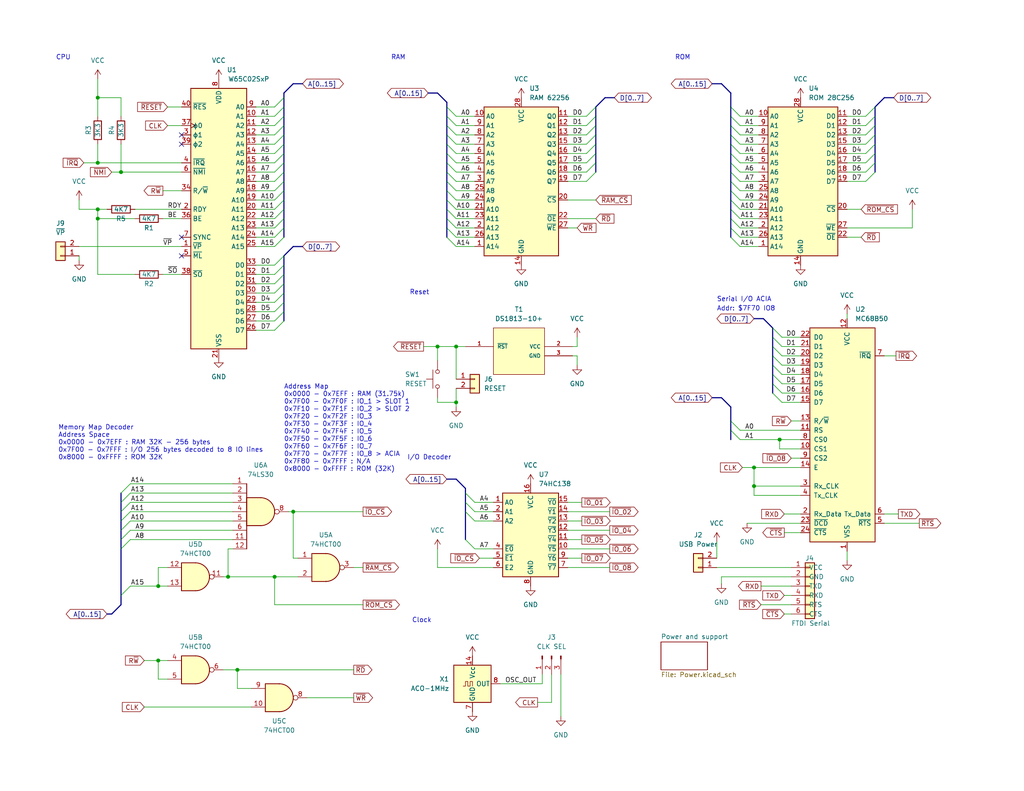
<source format=kicad_sch>
(kicad_sch (version 20230121) (generator eeschema)
  (paper "USLetter")
  (title_block (title "All in One - simple6502") (date "2023-10-01") (rev "1.1") (company "Mariano Luna"))
  (junction (at 26.67 59.69))
  (junction (at 26.67 57.15))
  (junction (at 62.23 157.48))
  (junction (at 43.18 160.02))
  (junction (at 26.67 26.67))
  (junction (at 119.38 94.615))
  (junction (at 64.77 182.88))
  (junction (at 124.46 109.855))
  (junction (at 124.46 94.615))
  (junction (at 33.02 46.99))
  (junction (at 205.74 132.715))
  (junction (at 212.725 120.015))
  (junction (at 26.67 44.45))
  (junction (at 74.93 157.48))
  (junction (at 205.74 127.635))
  (junction (at 43.18 180.34))
  (junction (at 80.01 139.7))
  (no_connect (at 49.53 69.85))
  (no_connect (at 49.53 64.77))
  (no_connect (at 49.53 36.83))
  (no_connect (at 49.53 39.37))
  (bus_entry (at 74.93 41.91) (size 2.54 -2.54))
  (bus_entry (at 236.22 39.37) (size 2.54 -2.54))
  (bus_entry (at 124.46 54.61) (size -2.54 -2.54))
  (bus_entry (at 35.56 137.16) (size -2.54 2.54))
  (bus_entry (at 124.46 52.07) (size -2.54 -2.54))
  (bus_entry (at 213.36 97.155) (size -2.54 -2.54))
  (bus_entry (at 201.93 62.23) (size -2.54 -2.54))
  (bus_entry (at 129.54 137.16) (size -2.54 -2.54))
  (bus_entry (at 35.56 142.24) (size -2.54 2.54))
  (bus_entry (at 74.93 67.31) (size 2.54 -2.54))
  (bus_entry (at 74.93 64.77) (size 2.54 -2.54))
  (bus_entry (at 74.93 36.83) (size 2.54 -2.54))
  (bus_entry (at 213.36 94.615) (size -2.54 -2.54))
  (bus_entry (at 124.46 31.75) (size -2.54 -2.54))
  (bus_entry (at 160.02 49.53) (size 2.54 -2.54))
  (bus_entry (at 201.93 39.37) (size -2.54 -2.54))
  (bus_entry (at 201.93 59.69) (size -2.54 -2.54))
  (bus_entry (at 74.93 57.15) (size 2.54 -2.54))
  (bus_entry (at 213.36 104.775) (size -2.54 -2.54))
  (bus_entry (at 201.93 120.015) (size -2.54 -2.54))
  (bus_entry (at 74.93 87.63) (size 2.54 -2.54))
  (bus_entry (at 201.93 41.91) (size -2.54 -2.54))
  (bus_entry (at 201.93 49.53) (size -2.54 -2.54))
  (bus_entry (at 201.93 36.83) (size -2.54 -2.54))
  (bus_entry (at 35.56 160.02) (size -2.54 2.54))
  (bus_entry (at 74.93 44.45) (size 2.54 -2.54))
  (bus_entry (at 74.93 29.21) (size 2.54 -2.54))
  (bus_entry (at 35.56 132.08) (size -2.54 2.54))
  (bus_entry (at 35.56 139.7) (size -2.54 2.54))
  (bus_entry (at 213.36 107.315) (size -2.54 -2.54))
  (bus_entry (at 124.46 64.77) (size -2.54 -2.54))
  (bus_entry (at 124.46 44.45) (size -2.54 -2.54))
  (bus_entry (at 201.93 44.45) (size -2.54 -2.54))
  (bus_entry (at 74.93 52.07) (size 2.54 -2.54))
  (bus_entry (at 201.93 57.15) (size -2.54 -2.54))
  (bus_entry (at 201.93 34.29) (size -2.54 -2.54))
  (bus_entry (at 74.93 82.55) (size 2.54 -2.54))
  (bus_entry (at 74.93 77.47) (size 2.54 -2.54))
  (bus_entry (at 129.54 142.24) (size -2.54 -2.54))
  (bus_entry (at 74.93 46.99) (size 2.54 -2.54))
  (bus_entry (at 124.46 36.83) (size -2.54 -2.54))
  (bus_entry (at 160.02 44.45) (size 2.54 -2.54))
  (bus_entry (at 124.46 59.69) (size -2.54 -2.54))
  (bus_entry (at 74.93 74.93) (size 2.54 -2.54))
  (bus_entry (at 35.56 144.78) (size -2.54 2.54))
  (bus_entry (at 201.93 64.77) (size -2.54 -2.54))
  (bus_entry (at 201.93 46.99) (size -2.54 -2.54))
  (bus_entry (at 236.22 49.53) (size 2.54 -2.54))
  (bus_entry (at 201.93 67.31) (size -2.54 -2.54))
  (bus_entry (at 213.36 102.235) (size -2.54 -2.54))
  (bus_entry (at 35.56 147.32) (size -2.54 2.54))
  (bus_entry (at 74.93 85.09) (size 2.54 -2.54))
  (bus_entry (at 236.22 46.99) (size 2.54 -2.54))
  (bus_entry (at 160.02 36.83) (size 2.54 -2.54))
  (bus_entry (at 213.36 92.075) (size -2.54 -2.54))
  (bus_entry (at 124.46 39.37) (size -2.54 -2.54))
  (bus_entry (at 74.93 72.39) (size 2.54 -2.54))
  (bus_entry (at 236.22 36.83) (size 2.54 -2.54))
  (bus_entry (at 160.02 41.91) (size 2.54 -2.54))
  (bus_entry (at 129.54 149.86) (size -2.54 -2.54))
  (bus_entry (at 124.46 57.15) (size -2.54 -2.54))
  (bus_entry (at 35.56 134.62) (size -2.54 2.54))
  (bus_entry (at 160.02 39.37) (size 2.54 -2.54))
  (bus_entry (at 236.22 41.91) (size 2.54 -2.54))
  (bus_entry (at 74.93 31.75) (size 2.54 -2.54))
  (bus_entry (at 201.93 117.475) (size -2.54 -2.54))
  (bus_entry (at 201.93 52.07) (size -2.54 -2.54))
  (bus_entry (at 213.36 109.855) (size -2.54 -2.54))
  (bus_entry (at 129.54 139.7) (size -2.54 -2.54))
  (bus_entry (at 201.93 31.75) (size -2.54 -2.54))
  (bus_entry (at 124.46 67.31) (size -2.54 -2.54))
  (bus_entry (at 124.46 34.29) (size -2.54 -2.54))
  (bus_entry (at 201.93 54.61) (size -2.54 -2.54))
  (bus_entry (at 236.22 31.75) (size 2.54 -2.54))
  (bus_entry (at 74.93 59.69) (size 2.54 -2.54))
  (bus_entry (at 74.93 90.17) (size 2.54 -2.54))
  (bus_entry (at 74.93 54.61) (size 2.54 -2.54))
  (bus_entry (at 160.02 46.99) (size 2.54 -2.54))
  (bus_entry (at 213.36 99.695) (size -2.54 -2.54))
  (bus_entry (at 124.46 41.91) (size -2.54 -2.54))
  (bus_entry (at 124.46 49.53) (size -2.54 -2.54))
  (bus_entry (at 74.93 80.01) (size 2.54 -2.54))
  (bus_entry (at 74.93 49.53) (size 2.54 -2.54))
  (bus_entry (at 236.22 44.45) (size 2.54 -2.54))
  (bus_entry (at 124.46 62.23) (size -2.54 -2.54))
  (bus_entry (at 160.02 34.29) (size 2.54 -2.54))
  (bus_entry (at 74.93 39.37) (size 2.54 -2.54))
  (bus_entry (at 74.93 34.29) (size 2.54 -2.54))
  (bus_entry (at 236.22 34.29) (size 2.54 -2.54))
  (bus_entry (at 124.46 46.99) (size -2.54 -2.54))
  (bus_entry (at 74.93 62.23) (size 2.54 -2.54))
  (bus_entry (at 160.02 31.75) (size 2.54 -2.54))
  (wire (pts (xy 205.74 135.255) (xy 218.44 135.255)))
  (wire (pts (xy 69.85 67.31) (xy 74.93 67.31)))
  (bus (pts (xy 127 133.35) (xy 127 134.62)))
  (bus (pts (xy 77.47 74.93) (xy 77.47 77.47)))
  (wire (pts (xy 35.56 142.24) (xy 63.5 142.24)))
  (bus (pts (xy 199.39 25.4) (xy 199.39 29.21)))
  (bus (pts (xy 29.21 167.64) (xy 30.48 167.64)))
  (bus (pts (xy 243.84 26.67) (xy 241.3 26.67)))
  (wire (pts (xy 146.685 191.77) (xy 150.495 191.77)))
  (wire (pts (xy 154.94 149.86) (xy 166.37 149.86)))
  (wire (pts (xy 43.18 180.34) (xy 45.72 180.34)))
  (wire (pts (xy 62.23 149.86) (xy 62.23 157.48)))
  (bus (pts (xy 238.76 34.29) (xy 238.76 36.83)))
  (wire (pts (xy 207.01 64.77) (xy 201.93 64.77)))
  (wire (pts (xy 207.01 31.75) (xy 201.93 31.75)))
  (wire (pts (xy 35.56 132.08) (xy 63.5 132.08)))
  (wire (pts (xy 124.46 94.615) (xy 124.46 103.505)))
  (wire (pts (xy 212.725 120.015) (xy 218.44 120.015)))
  (wire (pts (xy 207.01 49.53) (xy 201.93 49.53)))
  (bus (pts (xy 199.39 57.15) (xy 199.39 59.69)))
  (bus (pts (xy 77.47 34.29) (xy 77.47 36.83)))
  (wire (pts (xy 213.995 167.64) (xy 215.9 167.64)))
  (wire (pts (xy 119.38 149.86) (xy 119.38 154.94)))
  (bus (pts (xy 30.48 167.64) (xy 33.02 165.1)))
  (wire (pts (xy 129.54 62.23) (xy 124.46 62.23)))
  (bus (pts (xy 121.92 54.61) (xy 121.92 57.15)))
  (wire (pts (xy 44.45 59.69) (xy 49.53 59.69)))
  (wire (pts (xy 231.14 41.91) (xy 236.22 41.91)))
  (bus (pts (xy 199.39 114.935) (xy 199.39 117.475)))
  (bus (pts (xy 238.76 39.37) (xy 238.76 41.91)))
  (wire (pts (xy 231.14 62.23) (xy 248.92 62.23)))
  (bus (pts (xy 121.92 41.91) (xy 121.92 44.45)))
  (wire (pts (xy 154.94 44.45) (xy 160.02 44.45)))
  (bus (pts (xy 162.56 34.29) (xy 162.56 36.83)))
  (bus (pts (xy 121.92 44.45) (xy 121.92 46.99)))
  (wire (pts (xy 201.93 117.475) (xy 218.44 117.475)))
  (bus (pts (xy 127 139.7) (xy 127 147.32)))
  (wire (pts (xy 207.01 59.69) (xy 201.93 59.69)))
  (wire (pts (xy 69.85 57.15) (xy 74.93 57.15)))
  (wire (pts (xy 154.94 152.4) (xy 158.75 152.4)))
  (wire (pts (xy 69.85 85.09) (xy 74.93 85.09)))
  (bus (pts (xy 162.56 44.45) (xy 162.56 46.99)))
  (wire (pts (xy 207.01 34.29) (xy 201.93 34.29)))
  (wire (pts (xy 154.94 36.83) (xy 160.02 36.83)))
  (wire (pts (xy 215.9 114.935) (xy 218.44 114.935)))
  (wire (pts (xy 205.74 127.635) (xy 218.44 127.635)))
  (wire (pts (xy 26.67 39.37) (xy 26.67 44.45)))
  (bus (pts (xy 77.47 59.69) (xy 77.47 62.23)))
  (wire (pts (xy 201.93 120.015) (xy 212.725 120.015)))
  (wire (pts (xy 207.01 67.31) (xy 201.93 67.31)))
  (wire (pts (xy 207.01 36.83) (xy 201.93 36.83)))
  (wire (pts (xy 69.85 59.69) (xy 74.93 59.69)))
  (bus (pts (xy 121.92 57.15) (xy 121.92 59.69)))
  (bus (pts (xy 199.39 52.07) (xy 199.39 54.61)))
  (bus (pts (xy 77.47 31.75) (xy 77.47 34.29)))
  (bus (pts (xy 199.39 44.45) (xy 199.39 46.99)))
  (wire (pts (xy 129.54 49.53) (xy 124.46 49.53)))
  (wire (pts (xy 129.54 34.29) (xy 124.46 34.29)))
  (wire (pts (xy 212.725 120.015) (xy 212.725 122.555)))
  (wire (pts (xy 207.01 44.45) (xy 201.93 44.45)))
  (bus (pts (xy 238.76 29.21) (xy 241.3 26.67)))
  (bus (pts (xy 77.47 69.85) (xy 77.47 72.39)))
  (wire (pts (xy 215.9 125.095) (xy 218.44 125.095)))
  (bus (pts (xy 196.85 22.86) (xy 199.39 25.4)))
  (wire (pts (xy 69.85 46.99) (xy 74.93 46.99)))
  (wire (pts (xy 150.495 184.15) (xy 150.495 191.77)))
  (wire (pts (xy 69.85 41.91) (xy 74.93 41.91)))
  (wire (pts (xy 69.85 36.83) (xy 74.93 36.83)))
  (wire (pts (xy 69.85 54.61) (xy 74.93 54.61)))
  (wire (pts (xy 39.37 180.34) (xy 43.18 180.34)))
  (wire (pts (xy 129.54 36.83) (xy 124.46 36.83)))
  (bus (pts (xy 199.39 41.91) (xy 199.39 44.45)))
  (wire (pts (xy 129.54 57.15) (xy 124.46 57.15)))
  (wire (pts (xy 22.86 44.45) (xy 26.67 44.45)))
  (wire (pts (xy 231.14 34.29) (xy 236.22 34.29)))
  (wire (pts (xy 157.48 92.075) (xy 157.48 94.615)))
  (wire (pts (xy 154.94 144.78) (xy 166.37 144.78)))
  (wire (pts (xy 202.565 127.635) (xy 205.74 127.635)))
  (wire (pts (xy 154.94 59.69) (xy 162.56 59.69)))
  (wire (pts (xy 207.01 62.23) (xy 201.93 62.23)))
  (wire (pts (xy 60.96 182.88) (xy 64.77 182.88)))
  (wire (pts (xy 231.14 36.83) (xy 236.22 36.83)))
  (bus (pts (xy 77.47 44.45) (xy 77.47 46.99)))
  (wire (pts (xy 195.58 147.955) (xy 195.58 152.4)))
  (wire (pts (xy 33.02 26.67) (xy 33.02 31.75)))
  (wire (pts (xy 26.67 59.69) (xy 26.67 74.93)))
  (wire (pts (xy 69.85 29.21) (xy 74.93 29.21)))
  (wire (pts (xy 80.01 139.7) (xy 80.01 152.4)))
  (wire (pts (xy 43.18 185.42) (xy 45.72 185.42)))
  (bus (pts (xy 77.47 46.99) (xy 77.47 49.53)))
  (wire (pts (xy 78.74 139.7) (xy 80.01 139.7)))
  (wire (pts (xy 212.725 122.555) (xy 218.44 122.555)))
  (bus (pts (xy 210.82 99.695) (xy 210.82 102.235)))
  (bus (pts (xy 33.02 139.7) (xy 33.02 137.16)))
  (bus (pts (xy 77.47 82.55) (xy 77.47 85.09)))
  (wire (pts (xy 35.56 147.32) (xy 63.5 147.32)))
  (wire (pts (xy 26.67 59.69) (xy 36.83 59.69)))
  (wire (pts (xy 154.94 137.16) (xy 158.75 137.16)))
  (wire (pts (xy 231.14 44.45) (xy 236.22 44.45)))
  (bus (pts (xy 119.38 25.4) (xy 121.92 27.94)))
  (bus (pts (xy 77.47 25.4) (xy 77.47 26.67)))
  (wire (pts (xy 124.46 106.045) (xy 124.46 109.855)))
  (wire (pts (xy 45.72 29.21) (xy 49.53 29.21)))
  (bus (pts (xy 210.82 102.235) (xy 210.82 104.775)))
  (wire (pts (xy 43.18 154.94) (xy 45.72 154.94)))
  (wire (pts (xy 69.85 90.17) (xy 74.93 90.17)))
  (wire (pts (xy 83.82 190.5) (xy 96.52 190.5)))
  (bus (pts (xy 210.82 97.155) (xy 210.82 99.695)))
  (bus (pts (xy 199.39 31.75) (xy 199.39 34.29)))
  (wire (pts (xy 154.94 49.53) (xy 160.02 49.53)))
  (wire (pts (xy 207.01 54.61) (xy 201.93 54.61)))
  (bus (pts (xy 199.39 59.69) (xy 199.39 62.23)))
  (wire (pts (xy 203.835 142.875) (xy 218.44 142.875)))
  (bus (pts (xy 80.01 22.86) (xy 77.47 25.4)))
  (wire (pts (xy 154.94 142.24) (xy 158.75 142.24)))
  (bus (pts (xy 121.92 62.23) (xy 121.92 64.77)))
  (wire (pts (xy 69.85 72.39) (xy 74.93 72.39)))
  (bus (pts (xy 124.46 130.81) (xy 127 133.35)))
  (bus (pts (xy 199.39 49.53) (xy 199.39 52.07)))
  (wire (pts (xy 124.46 109.855) (xy 124.46 111.125)))
  (wire (pts (xy 207.01 46.99) (xy 201.93 46.99)))
  (bus (pts (xy 199.39 111.125) (xy 199.39 114.935)))
  (wire (pts (xy 156.21 97.155) (xy 157.48 97.155)))
  (wire (pts (xy 60.96 157.48) (xy 62.23 157.48)))
  (bus (pts (xy 77.47 85.09) (xy 77.47 87.63)))
  (wire (pts (xy 218.44 92.075) (xy 213.36 92.075)))
  (wire (pts (xy 33.02 39.37) (xy 33.02 46.99)))
  (wire (pts (xy 64.77 182.88) (xy 96.52 182.88)))
  (wire (pts (xy 241.3 97.155) (xy 244.475 97.155)))
  (wire (pts (xy 231.14 64.77) (xy 234.95 64.77)))
  (wire (pts (xy 129.54 39.37) (xy 124.46 39.37)))
  (wire (pts (xy 35.56 139.7) (xy 63.5 139.7)))
  (wire (pts (xy 154.94 46.99) (xy 160.02 46.99)))
  (wire (pts (xy 213.995 140.335) (xy 218.44 140.335)))
  (wire (pts (xy 69.85 64.77) (xy 74.93 64.77)))
  (wire (pts (xy 231.14 39.37) (xy 236.22 39.37)))
  (wire (pts (xy 69.85 74.93) (xy 74.93 74.93)))
  (bus (pts (xy 77.47 29.21) (xy 77.47 31.75)))
  (wire (pts (xy 43.18 160.02) (xy 45.72 160.02)))
  (bus (pts (xy 121.92 27.94) (xy 121.92 29.21)))
  (wire (pts (xy 69.85 82.55) (xy 74.93 82.55)))
  (wire (pts (xy 21.59 57.15) (xy 26.67 57.15)))
  (wire (pts (xy 36.83 57.15) (xy 49.53 57.15)))
  (wire (pts (xy 129.54 44.45) (xy 124.46 44.45)))
  (wire (pts (xy 44.45 52.07) (xy 49.53 52.07)))
  (bus (pts (xy 199.39 29.21) (xy 199.39 31.75)))
  (bus (pts (xy 199.39 36.83) (xy 199.39 39.37)))
  (wire (pts (xy 26.67 44.45) (xy 49.53 44.45)))
  (wire (pts (xy 147.955 184.15) (xy 147.955 186.69)))
  (wire (pts (xy 129.54 67.31) (xy 124.46 67.31)))
  (wire (pts (xy 69.85 52.07) (xy 74.93 52.07)))
  (wire (pts (xy 35.56 134.62) (xy 63.5 134.62)))
  (wire (pts (xy 26.67 74.93) (xy 36.83 74.93)))
  (bus (pts (xy 77.47 39.37) (xy 77.47 41.91)))
  (wire (pts (xy 69.85 77.47) (xy 74.93 77.47)))
  (wire (pts (xy 44.45 74.93) (xy 49.53 74.93)))
  (wire (pts (xy 21.59 71.12) (xy 21.59 69.85)))
  (wire (pts (xy 213.995 162.56) (xy 215.9 162.56)))
  (bus (pts (xy 238.76 44.45) (xy 238.76 46.99)))
  (bus (pts (xy 162.56 41.91) (xy 162.56 44.45)))
  (wire (pts (xy 241.3 142.875) (xy 250.825 142.875)))
  (wire (pts (xy 205.74 127.635) (xy 205.74 132.715)))
  (wire (pts (xy 69.85 49.53) (xy 74.93 49.53)))
  (bus (pts (xy 194.31 22.86) (xy 196.85 22.86)))
  (bus (pts (xy 121.92 59.69) (xy 121.92 62.23)))
  (bus (pts (xy 77.47 36.83) (xy 77.47 39.37)))
  (wire (pts (xy 154.94 139.7) (xy 166.37 139.7)))
  (wire (pts (xy 129.54 59.69) (xy 124.46 59.69)))
  (wire (pts (xy 96.52 154.94) (xy 99.06 154.94)))
  (wire (pts (xy 134.62 142.24) (xy 129.54 142.24)))
  (wire (pts (xy 218.44 107.315) (xy 213.36 107.315)))
  (bus (pts (xy 77.47 69.85) (xy 80.01 67.31)))
  (bus (pts (xy 121.92 130.81) (xy 124.46 130.81)))
  (bus (pts (xy 167.64 26.67) (xy 165.1 26.67)))
  (bus (pts (xy 77.47 77.47) (xy 77.47 80.01)))
  (wire (pts (xy 205.74 132.715) (xy 205.74 135.255)))
  (bus (pts (xy 121.92 39.37) (xy 121.92 41.91)))
  (bus (pts (xy 194.31 108.585) (xy 196.85 108.585)))
  (bus (pts (xy 199.39 62.23) (xy 199.39 64.77)))
  (bus (pts (xy 33.02 142.24) (xy 33.02 139.7)))
  (wire (pts (xy 154.94 62.23) (xy 157.48 62.23)))
  (wire (pts (xy 80.01 152.4) (xy 81.28 152.4)))
  (wire (pts (xy 119.38 94.615) (xy 124.46 94.615)))
  (wire (pts (xy 213.995 145.415) (xy 218.44 145.415)))
  (wire (pts (xy 218.44 104.775) (xy 213.36 104.775)))
  (wire (pts (xy 156.21 94.615) (xy 157.48 94.615)))
  (bus (pts (xy 116.84 25.4) (xy 119.38 25.4)))
  (wire (pts (xy 154.94 154.94) (xy 166.37 154.94)))
  (wire (pts (xy 134.62 149.86) (xy 129.54 149.86)))
  (wire (pts (xy 129.54 52.07) (xy 124.46 52.07)))
  (wire (pts (xy 153.035 184.15) (xy 153.035 195.58)))
  (wire (pts (xy 129.54 31.75) (xy 124.46 31.75)))
  (bus (pts (xy 162.56 29.21) (xy 165.1 26.67)))
  (bus (pts (xy 210.82 89.535) (xy 210.82 92.075)))
  (bus (pts (xy 127 137.16) (xy 127 139.7)))
  (wire (pts (xy 248.92 57.15) (xy 248.92 62.23)))
  (wire (pts (xy 218.44 99.695) (xy 213.36 99.695)))
  (wire (pts (xy 35.56 160.02) (xy 43.18 160.02)))
  (bus (pts (xy 199.39 34.29) (xy 199.39 36.83)))
  (wire (pts (xy 195.58 154.94) (xy 215.9 154.94)))
  (wire (pts (xy 231.14 49.53) (xy 236.22 49.53)))
  (bus (pts (xy 33.02 137.16) (xy 33.02 134.62)))
  (bus (pts (xy 77.47 41.91) (xy 77.47 44.45)))
  (bus (pts (xy 238.76 36.83) (xy 238.76 39.37)))
  (wire (pts (xy 207.01 57.15) (xy 201.93 57.15)))
  (wire (pts (xy 69.85 44.45) (xy 74.93 44.45)))
  (wire (pts (xy 43.18 154.94) (xy 43.18 160.02)))
  (bus (pts (xy 199.39 39.37) (xy 199.39 41.91)))
  (wire (pts (xy 154.94 34.29) (xy 160.02 34.29)))
  (wire (pts (xy 231.14 46.99) (xy 236.22 46.99)))
  (wire (pts (xy 21.59 67.31) (xy 49.53 67.31)))
  (wire (pts (xy 26.67 26.67) (xy 26.67 31.75)))
  (bus (pts (xy 121.92 29.21) (xy 121.92 31.75)))
  (bus (pts (xy 210.82 104.775) (xy 210.82 107.315)))
  (wire (pts (xy 69.85 39.37) (xy 74.93 39.37)))
  (wire (pts (xy 33.02 46.99) (xy 49.53 46.99)))
  (wire (pts (xy 136.525 186.69) (xy 147.955 186.69)))
  (bus (pts (xy 77.47 49.53) (xy 77.47 52.07)))
  (bus (pts (xy 238.76 41.91) (xy 238.76 44.45)))
  (wire (pts (xy 196.85 157.48) (xy 215.9 157.48)))
  (wire (pts (xy 74.93 157.48) (xy 81.28 157.48)))
  (wire (pts (xy 154.94 31.75) (xy 160.02 31.75)))
  (wire (pts (xy 129.54 64.77) (xy 124.46 64.77)))
  (wire (pts (xy 119.38 154.94) (xy 134.62 154.94)))
  (wire (pts (xy 69.85 87.63) (xy 74.93 87.63)))
  (wire (pts (xy 124.46 94.615) (xy 127 94.615)))
  (bus (pts (xy 210.82 89.535) (xy 208.28 86.995)))
  (bus (pts (xy 33.02 149.86) (xy 33.02 162.56)))
  (wire (pts (xy 134.62 139.7) (xy 129.54 139.7)))
  (wire (pts (xy 115.57 94.615) (xy 119.38 94.615)))
  (wire (pts (xy 80.01 139.7) (xy 99.06 139.7)))
  (wire (pts (xy 154.94 41.91) (xy 160.02 41.91)))
  (bus (pts (xy 199.39 54.61) (xy 199.39 57.15)))
  (bus (pts (xy 162.56 39.37) (xy 162.56 41.91)))
  (wire (pts (xy 119.38 109.855) (xy 124.46 109.855)))
  (wire (pts (xy 154.94 147.32) (xy 158.75 147.32)))
  (wire (pts (xy 26.67 57.15) (xy 26.67 59.69)))
  (wire (pts (xy 64.77 187.96) (xy 68.58 187.96)))
  (wire (pts (xy 129.54 41.91) (xy 124.46 41.91)))
  (wire (pts (xy 231.14 150.495) (xy 231.14 153.035)))
  (wire (pts (xy 74.93 165.1) (xy 99.06 165.1)))
  (bus (pts (xy 121.92 34.29) (xy 121.92 36.83)))
  (bus (pts (xy 33.02 162.56) (xy 33.02 165.1)))
  (wire (pts (xy 207.645 160.02) (xy 215.9 160.02)))
  (wire (pts (xy 154.94 39.37) (xy 160.02 39.37)))
  (wire (pts (xy 154.94 54.61) (xy 162.56 54.61)))
  (wire (pts (xy 207.01 52.07) (xy 201.93 52.07)))
  (wire (pts (xy 45.72 34.29) (xy 49.53 34.29)))
  (wire (pts (xy 74.93 157.48) (xy 74.93 165.1)))
  (wire (pts (xy 157.48 97.155) (xy 157.48 99.695)))
  (bus (pts (xy 162.56 29.21) (xy 162.56 31.75)))
  (wire (pts (xy 130.81 152.4) (xy 134.62 152.4)))
  (wire (pts (xy 119.38 108.585) (xy 119.38 109.855)))
  (bus (pts (xy 238.76 31.75) (xy 238.76 34.29)))
  (wire (pts (xy 30.48 46.99) (xy 33.02 46.99)))
  (bus (pts (xy 82.55 22.86) (xy 80.01 22.86)))
  (bus (pts (xy 77.47 62.23) (xy 77.47 64.77)))
  (wire (pts (xy 35.56 137.16) (xy 63.5 137.16)))
  (wire (pts (xy 129.54 54.61) (xy 124.46 54.61)))
  (wire (pts (xy 69.85 31.75) (xy 74.93 31.75)))
  (wire (pts (xy 231.14 31.75) (xy 236.22 31.75)))
  (wire (pts (xy 43.18 180.34) (xy 43.18 185.42)))
  (bus (pts (xy 238.76 29.21) (xy 238.76 31.75)))
  (wire (pts (xy 26.67 21.59) (xy 26.67 26.67)))
  (wire (pts (xy 21.59 54.61) (xy 21.59 57.15)))
  (wire (pts (xy 134.62 137.16) (xy 129.54 137.16)))
  (bus (pts (xy 77.47 57.15) (xy 77.47 59.69)))
  (wire (pts (xy 218.44 94.615) (xy 213.36 94.615)))
  (bus (pts (xy 33.02 149.86) (xy 33.02 147.32)))
  (wire (pts (xy 231.14 85.725) (xy 231.14 86.995)))
  (bus (pts (xy 33.02 144.78) (xy 33.02 142.24)))
  (bus (pts (xy 210.82 94.615) (xy 210.82 97.155)))
  (bus (pts (xy 205.74 86.995) (xy 208.28 86.995)))
  (bus (pts (xy 77.47 80.01) (xy 77.47 82.55)))
  (wire (pts (xy 207.01 41.91) (xy 201.93 41.91)))
  (wire (pts (xy 35.56 144.78) (xy 63.5 144.78)))
  (wire (pts (xy 241.3 140.335) (xy 245.11 140.335)))
  (wire (pts (xy 69.85 80.01) (xy 74.93 80.01)))
  (bus (pts (xy 121.92 49.53) (xy 121.92 52.07)))
  (wire (pts (xy 64.77 182.88) (xy 64.77 187.96)))
  (bus (pts (xy 127 134.62) (xy 127 137.16)))
  (wire (pts (xy 218.44 97.155) (xy 213.36 97.155)))
  (wire (pts (xy 196.85 157.48) (xy 196.85 159.385)))
  (wire (pts (xy 218.44 102.235) (xy 213.36 102.235)))
  (wire (pts (xy 69.85 62.23) (xy 74.93 62.23)))
  (wire (pts (xy 207.01 39.37) (xy 201.93 39.37)))
  (wire (pts (xy 129.54 46.99) (xy 124.46 46.99)))
  (wire (pts (xy 39.37 193.04) (xy 68.58 193.04)))
  (bus (pts (xy 80.01 67.31) (xy 82.55 67.31)))
  (bus (pts (xy 33.02 147.32) (xy 33.02 144.78)))
  (bus (pts (xy 77.47 52.07) (xy 77.47 54.61)))
  (bus (pts (xy 162.56 31.75) (xy 162.56 34.29)))
  (bus (pts (xy 199.39 117.475) (xy 199.39 120.015)))
  (bus (pts (xy 77.47 54.61) (xy 77.47 57.15)))
  (wire (pts (xy 62.23 149.86) (xy 63.5 149.86)))
  (bus (pts (xy 210.82 92.075) (xy 210.82 94.615)))
  (wire (pts (xy 218.44 109.855) (xy 213.36 109.855)))
  (wire (pts (xy 26.67 26.67) (xy 33.02 26.67)))
  (bus (pts (xy 196.85 108.585) (xy 199.39 111.125)))
  (wire (pts (xy 69.85 34.29) (xy 74.93 34.29)))
  (bus (pts (xy 162.56 36.83) (xy 162.56 39.37)))
  (bus (pts (xy 121.92 31.75) (xy 121.92 34.29)))
  (wire (pts (xy 231.14 57.15) (xy 234.95 57.15)))
  (wire (pts (xy 62.23 157.48) (xy 74.93 157.48)))
  (bus (pts (xy 77.47 26.67) (xy 77.47 29.21)))
  (wire (pts (xy 26.67 57.15) (xy 29.21 57.15)))
  (wire (pts (xy 205.74 132.715) (xy 218.44 132.715)))
  (wire (pts (xy 119.38 94.615) (xy 119.38 98.425)))
  (bus (pts (xy 121.92 52.07) (xy 121.92 54.61)))
  (bus (pts (xy 77.47 72.39) (xy 77.47 74.93)))
  (bus (pts (xy 121.92 46.99) (xy 121.92 49.53)))
  (wire (pts (xy 207.645 165.1) (xy 215.9 165.1)))
  (bus (pts (xy 121.92 36.83) (xy 121.92 39.37)))
  (bus (pts (xy 199.39 46.99) (xy 199.39 49.53)))
  (text "Addr: $7F70 IO8" (at 195.58 85.09 0) (effects (font (size 1.27 1.27)) (justify left bottom)))
  (text "Reset" (at 111.76 80.645 0) (effects (font (size 1.27 1.27)) (justify left bottom)))
  (text "Clock" (at 112.395 170.18 0) (effects (font (size 1.27 1.27)) (justify left bottom)))
  (text "Memory Map Decoder\nAddress Space\n0x0000 - 0x7EFF : RAM 32K - 256 bytes\n0x7F00 - 0x7FFF : I/O 256 bytes decoded to 8 IO lines\n0x8000 - 0xFFFF : ROM 32K\n" (at 15.875 125.73 0) (effects (font (size 1.27 1.27)) (justify left bottom)))
  (text "Serial I/O ACIA" (at 195.58 82.55 0) (effects (font (size 1.27 1.27)) (justify left bottom)))
  (text "RAM\n" (at 106.68 16.51 0) (effects (font (size 1.27 1.27)) (justify left bottom)))
  (text "CPU" (at 15.24 16.51 0) (effects (font (size 1.27 1.27)) (justify left bottom)))
  (text "ROM" (at 184.15 16.51 0) (effects (font (size 1.27 1.27)) (justify left bottom)))
  (text "Address Map				\n0x0000 - 0x7EFF : RAM (31.75k)\n0x7F00 - 0x7F0F : IO_1 > SLOT 1\n0x7F10 - 0x7F1F : IO_2 > SLOT 2\n0x7F20 - 0x7F2F : IO_3\n0x7F30 - 0x7F3F : IO_4\n0x7F40 - 0x7F4F : IO_5\n0x7F50 - 0x7F5F : IO_6\n0x7F60 - 0x7F6F : IO_7\n0x7F70 - 0x7F7F : IO_8 > ACIA\n0x7F80 - 0x7FFF : N/A\n0x8000 - 0xFFFF : ROM (32K)" (at 77.47 128.905 0) (effects (font (size 1.27 1.27)) (justify left bottom)))
  (text "I/O Decoder" (at 111.125 125.73 0) (effects (font (size 1.27 1.27)) (justify left bottom)))
  (label "A10" (at 205.74 57.15 180))
  (label "A9" (at 39.37 144.78 180))
  (label "D0" (at 217.17 92.075 180))
  (label "A7" (at 71.12 46.99 0))
  (label "A10" (at 71.12 54.61 0))
  (label "A0" (at 205.74 31.75 180))
  (label "A4" (at 205.74 41.91 180))
  (label "A3" (at 128.27 39.37 180))
  (label "A9" (at 71.12 52.07 0))
  (label "D4" (at 217.17 102.235 180))
  (label "A15" (at 39.37 160.02 180))
  (label "A12" (at 71.12 59.69 0))
  (label "D1" (at 156.21 34.29 0))
  (label "A15" (at 71.12 67.31 0))
  (label "D7" (at 217.17 109.855 180))
  (label "~{SO}" (at 45.72 74.93 0))
  (label "A5" (at 133.35 139.7 180))
  (label "D7" (at 71.12 90.17 0))
  (label "A8" (at 205.74 52.07 180))
  (label "D2" (at 232.41 36.83 0))
  (label "D3" (at 71.12 80.01 0))
  (label "A13" (at 205.74 64.77 180))
  (label "A3" (at 71.12 36.83 0))
  (label "A5" (at 128.27 44.45 180))
  (label "D3" (at 232.41 39.37 0))
  (label "D5" (at 71.12 85.09 0))
  (label "A6" (at 71.12 44.45 0))
  (label "A7" (at 128.27 49.53 180))
  (label "D0" (at 232.41 31.75 0))
  (label "A13" (at 71.12 62.23 0))
  (label "D0" (at 156.21 31.75 0))
  (label "A11" (at 39.37 139.7 180))
  (label "A4" (at 71.12 39.37 0))
  (label "A1" (at 205.74 120.015 180))
  (label "A12" (at 205.74 62.23 180))
  (label "D7" (at 156.21 49.53 0))
  (label "A1" (at 128.27 34.29 180))
  (label "A10" (at 128.27 57.15 180))
  (label "A6" (at 128.27 46.99 180))
  (label "A13" (at 128.27 64.77 180))
  (label "A9" (at 128.27 54.61 180))
  (label "A4" (at 128.27 41.91 180))
  (label "A14" (at 39.37 132.08 180))
  (label "D0" (at 71.12 72.39 0))
  (label "D4" (at 232.41 41.91 0))
  (label "OSC_OUT" (at 137.795 186.69 0))
  (label "A8" (at 39.37 147.32 180))
  (label "A11" (at 128.27 59.69 180))
  (label "A1" (at 205.74 34.29 180))
  (label "A6" (at 133.35 142.24 180))
  (label "D1" (at 217.17 94.615 180))
  (label "D1" (at 232.41 34.29 0))
  (label "A11" (at 71.12 57.15 0))
  (label "A14" (at 71.12 64.77 0))
  (label "A11" (at 205.74 59.69 180))
  (label "A2" (at 71.12 34.29 0))
  (label "D2" (at 71.12 77.47 0))
  (label "A0" (at 128.27 31.75 180))
  (label "D2" (at 156.21 36.83 0))
  (label "A10" (at 39.37 142.24 180))
  (label "BE" (at 45.72 59.69 0))
  (label "D5" (at 232.41 44.45 0))
  (label "D6" (at 217.17 107.315 180))
  (label "A3" (at 205.74 39.37 180))
  (label "A8" (at 71.12 49.53 0))
  (label "A12" (at 128.27 62.23 180))
  (label "A5" (at 205.74 44.45 180))
  (label "A14" (at 205.74 67.31 180))
  (label "D6" (at 71.12 87.63 0))
  (label "A0" (at 71.12 29.21 0))
  (label "D5" (at 156.21 44.45 0))
  (label "D3" (at 217.17 99.695 180))
  (label "A0" (at 205.74 117.475 180))
  (label "D6" (at 232.41 46.99 0))
  (label "A13" (at 39.37 134.62 180))
  (label "A7" (at 133.35 149.86 180))
  (label "D3" (at 156.21 39.37 0))
  (label "D4" (at 156.21 41.91 0))
  (label "D1" (at 71.12 74.93 0))
  (label "~{VP}" (at 44.45 67.31 0))
  (label "A4" (at 133.35 137.16 180))
  (label "D5" (at 217.17 104.775 180))
  (label "A2" (at 205.74 36.83 180))
  (label "A7" (at 205.74 49.53 180))
  (label "A2" (at 128.27 36.83 180))
  (label "RDY" (at 45.72 57.15 0))
  (label "A14" (at 128.27 67.31 180))
  (label "A1" (at 71.12 31.75 0))
  (label "A8" (at 128.27 52.07 180))
  (label "D2" (at 217.17 97.155 180))
  (label "A6" (at 205.74 46.99 180))
  (label "D6" (at 156.21 46.99 0))
  (label "A9" (at 205.74 54.61 180))
  (label "A5" (at 71.12 41.91 0))
  (label "D7" (at 232.41 49.53 0))
  (label "A12" (at 39.37 137.16 180))
  (label "D4" (at 71.12 82.55 0))
  (global_label "~{RAM_CS}" (shape output) (at 99.06 154.94 0) (property "Intersheetrefs" "${INTERSHEET_REFS}" (effects hide)))
  (global_label "TXD" (shape input) (at 213.995 162.56 180) (property "Intersheetrefs" "${INTERSHEET_REFS}" (effects hide)))
  (global_label "~{RESET}" (shape input) (at 45.72 29.21 180) (property "Intersheetrefs" "${INTERSHEET_REFS}" (effects hide)))
  (global_label "A[0..15]" (shape tri_state) (at 194.31 108.585 180) (property "Intersheetrefs" "${INTERSHEET_REFS}" (effects hide)))
  (global_label "A[0..15]" (shape tri_state) (at 116.84 25.4 180) (property "Intersheetrefs" "${INTERSHEET_REFS}" (effects hide)))
  (global_label "D[0..7]" (shape tri_state) (at 167.64 26.67 0) (property "Intersheetrefs" "${INTERSHEET_REFS}" (effects hide)))
  (global_label "~{CTS}" (shape input) (at 213.995 167.64 180) (property "Intersheetrefs" "${INTERSHEET_REFS}" (effects hide)))
  (global_label "~{IO_04}" (shape output) (at 166.37 144.78 0) (property "Intersheetrefs" "${INTERSHEET_REFS}" (effects hide)))
  (global_label "~{ROM_CS}" (shape output) (at 99.06 165.1 0) (property "Intersheetrefs" "${INTERSHEET_REFS}" (effects hide)))
  (global_label "~{IRQ}" (shape output) (at 244.475 97.155 0) (property "Intersheetrefs" "${INTERSHEET_REFS}" (effects hide)))
  (global_label "~{RESET}" (shape output) (at 115.57 94.615 180) (property "Intersheetrefs" "${INTERSHEET_REFS}" (effects hide)))
  (global_label "CLK" (shape input) (at 202.565 127.635 180) (property "Intersheetrefs" "${INTERSHEET_REFS}" (effects hide)))
  (global_label "A[0..15]" (shape tri_state) (at 82.55 22.86 0) (property "Intersheetrefs" "${INTERSHEET_REFS}" (effects hide)))
  (global_label "D[0..7]" (shape tri_state) (at 243.84 26.67 0) (property "Intersheetrefs" "${INTERSHEET_REFS}" (effects hide)))
  (global_label "~{CTS}" (shape output) (at 213.995 145.415 180) (property "Intersheetrefs" "${INTERSHEET_REFS}" (effects hide)))
  (global_label "~{NMI}" (shape input) (at 30.48 46.99 180) (property "Intersheetrefs" "${INTERSHEET_REFS}" (effects hide)))
  (global_label "~{IRQ}" (shape input) (at 22.86 44.45 180) (property "Intersheetrefs" "${INTERSHEET_REFS}" (effects hide)))
  (global_label "~{IO_08}" (shape input) (at 215.9 125.095 180) (property "Intersheetrefs" "${INTERSHEET_REFS}" (effects hide)))
  (global_label "RXD" (shape input) (at 213.995 140.335 180) (property "Intersheetrefs" "${INTERSHEET_REFS}" (effects hide)))
  (global_label "~{IO_07}" (shape output) (at 158.75 152.4 0) (property "Intersheetrefs" "${INTERSHEET_REFS}" (effects hide)))
  (global_label "~{IO_02}" (shape output) (at 166.37 139.7 0) (property "Intersheetrefs" "${INTERSHEET_REFS}" (effects hide)))
  (global_label "~{RAM_CS}" (shape input) (at 162.56 54.61 0) (property "Intersheetrefs" "${INTERSHEET_REFS}" (effects hide)))
  (global_label "A[0..15]" (shape tri_state) (at 121.92 130.81 180) (property "Intersheetrefs" "${INTERSHEET_REFS}" (effects hide)))
  (global_label "~{RTS}" (shape input) (at 207.645 165.1 180) (property "Intersheetrefs" "${INTERSHEET_REFS}" (effects hide)))
  (global_label "R~{W}" (shape input) (at 215.9 114.935 180) (property "Intersheetrefs" "${INTERSHEET_REFS}" (effects hide)))
  (global_label "R~{W}" (shape input) (at 39.37 180.34 180) (property "Intersheetrefs" "${INTERSHEET_REFS}" (effects hide)))
  (global_label "A[0..15]" (shape tri_state) (at 194.31 22.86 180) (property "Intersheetrefs" "${INTERSHEET_REFS}" (effects hide)))
  (global_label "~{IO_03}" (shape output) (at 158.75 142.24 0) (property "Intersheetrefs" "${INTERSHEET_REFS}" (effects hide)))
  (global_label "~{RD}" (shape input) (at 162.56 59.69 0) (property "Intersheetrefs" "${INTERSHEET_REFS}" (effects hide)))
  (global_label "~{WR}" (shape output) (at 96.52 190.5 0) (property "Intersheetrefs" "${INTERSHEET_REFS}" (effects hide)))
  (global_label "A[0..15]" (shape tri_state) (at 29.21 167.64 180) (property "Intersheetrefs" "${INTERSHEET_REFS}" (effects hide)))
  (global_label "~{RTS}" (shape output) (at 250.825 142.875 0) (property "Intersheetrefs" "${INTERSHEET_REFS}" (effects hide)))
  (global_label "~{IO_05}" (shape output) (at 158.75 147.32 0) (property "Intersheetrefs" "${INTERSHEET_REFS}" (effects hide)))
  (global_label "~{ROM_CS}" (shape input) (at 234.95 57.15 0) (property "Intersheetrefs" "${INTERSHEET_REFS}" (effects hide)))
  (global_label "~{IO_06}" (shape output) (at 166.37 149.86 0) (property "Intersheetrefs" "${INTERSHEET_REFS}" (effects hide)))
  (global_label "~{RD}" (shape input) (at 234.95 64.77 0) (property "Intersheetrefs" "${INTERSHEET_REFS}" (effects hide)))
  (global_label "D[0..7]" (shape tri_state) (at 82.55 67.31 0) (property "Intersheetrefs" "${INTERSHEET_REFS}" (effects hide)))
  (global_label "CLK" (shape input) (at 39.37 193.04 180) (property "Intersheetrefs" "${INTERSHEET_REFS}" (effects hide)))
  (global_label "TXD" (shape output) (at 245.11 140.335 0) (property "Intersheetrefs" "${INTERSHEET_REFS}" (effects hide)))
  (global_label "CLK" (shape input) (at 45.72 34.29 180) (property "Intersheetrefs" "${INTERSHEET_REFS}" (effects hide)))
  (global_label "RXD" (shape output) (at 207.645 160.02 180) (property "Intersheetrefs" "${INTERSHEET_REFS}" (effects hide)))
  (global_label "~{IO_01}" (shape output) (at 158.75 137.16 0) (property "Intersheetrefs" "${INTERSHEET_REFS}" (effects hide)))
  (global_label "~{IO_08}" (shape output) (at 166.37 154.94 0) (property "Intersheetrefs" "${INTERSHEET_REFS}" (effects hide)))
  (global_label "~{IO_CS}" (shape input) (at 130.81 152.4 180) (property "Intersheetrefs" "${INTERSHEET_REFS}" (effects hide)))
  (global_label "CLK" (shape output) (at 146.685 191.77 180) (property "Intersheetrefs" "${INTERSHEET_REFS}" (effects hide)))
  (global_label "~{WR}" (shape input) (at 157.48 62.23 0) (property "Intersheetrefs" "${INTERSHEET_REFS}" (effects hide)))
  (global_label "~{IO_CS}" (shape output) (at 99.06 139.7 0) (property "Intersheetrefs" "${INTERSHEET_REFS}" (effects hide)))
  (global_label "~{RD}" (shape output) (at 96.52 182.88 0) (property "Intersheetrefs" "${INTERSHEET_REFS}" (effects hide)))
  (global_label "D[0..7]" (shape tri_state) (at 205.74 86.995 180) (property "Intersheetrefs" "${INTERSHEET_REFS}" (effects hide)))
  (global_label "R~{W}" (shape output) (at 44.45 52.07 180) (property "Intersheetrefs" "${INTERSHEET_REFS}" (effects hide)))
  (symbol (lib_id "power:GND") (at 144.78 160.02 0) (unit 1)
    (property "Reference" "#PWR037" (effects hide))
    (property "Value" "GND" (at 144.78 165.1 0))
  )
  (symbol (lib_id "power:VCC") (at 59.69 21.59 0) (unit 1)
    (property "Reference" "#PWR02" (effects hide))
    (property "Value" "VCC" (at 59.69 16.51 0))
  )
  (symbol (lib_id "Connector:Conn_01x03_Pin") (at 150.495 179.07 90) (mirror x) (unit 1)
    (property "Reference" "J3" (at 150.495 173.99 90))
    (property "Value" "CLK SEL" (at 150.495 176.53 90))
    (property "Footprint" "Connector_PinHeader_2.54mm:PinHeader_1x03_P2.54mm_Vertical" (effects hide))
  )
  (symbol (lib_name "R_1") (lib_id "Device:R") (at 40.64 59.69 270) (unit 1)
    (property "Reference" "R1" (at 40.64 62.23 90))
    (property "Value" "4K7" (at 40.64 59.69 90))
    (property "Footprint" "Resistor_THT:R_Axial_DIN0204_L3.6mm_D1.6mm_P7.62mm_Horizontal" (effects hide))
  )
  (symbol (lib_id "74xx:74LS30") (at 71.12 139.7 0) (unit 1)
    (property "Reference" "U6" (at 71.1117 127 0))
    (property "Value" "74LS30" (at 71.1117 129.54 0))
    (property "Footprint" "Package_DIP:DIP-14_W7.62mm_Socket" (effects hide))
    (property "Datasheet" "http://www.ti.com/lit/gpn/sn74LS30" (effects hide))
  )
  (symbol (lib_id "power:VCC") (at 142.24 26.67 0) (unit 1)
    (property "Reference" "#PWR03" (effects hide))
    (property "Value" "VCC" (at 142.24 21.59 0))
  )
  (symbol (lib_id "Switch:SW_Push") (at 119.38 103.505 90) (unit 1)
    (property "Reference" "SW1" (at 110.49 102.235 90) (effects (justify right)))
    (property "Value" "RESET" (at 110.49 104.775 90) (effects (justify right)))
    (property "Footprint" "Button_Switch_THT:SW_TH_Tactile_Omron_B3F-10xx" (effects hide))
  )
  (symbol (lib_name "R_1") (lib_id "Device:R") (at 26.67 35.56 180) (unit 1)
    (property "Reference" "R3" (at 24.13 35.56 90))
    (property "Value" "3K3" (at 26.67 35.56 90))
    (property "Footprint" "Resistor_THT:R_Axial_DIN0204_L3.6mm_D1.6mm_P7.62mm_Horizontal" (effects hide))
  )
  (symbol (lib_id "power:GND") (at 21.59 71.12 0) (unit 1)
    (property "Reference" "#PWR07" (effects hide))
    (property "Value" "GND" (at 21.59 76.2 0))
  )
  (symbol (lib_id "power:VCC") (at 144.78 132.08 0) (unit 1)
    (property "Reference" "#PWR036" (effects hide))
    (property "Value" "VCC" (at 144.78 127 0))
  )
  (symbol (lib_id "74xx:74HCT00") (at 53.34 157.48 0) (unit 4)
    (property "Reference" "U5" (at 53.3317 148.59 0))
    (property "Value" "74HCT00" (at 53.3317 151.13 0))
    (property "Footprint" "Package_DIP:DIP-14_W7.62mm_Socket" (effects hide))
    (property "Datasheet" "http://www.ti.com/lit/gpn/sn74hct00" (effects hide))
  )
  (symbol (lib_id "Memory_RAM:CY62256-70PC") (at 142.24 49.53 0) (unit 1)
    (property "Reference" "U3" (at 144.4341 24.13 0) (effects (justify left)))
    (property "Value" "RAM 62256" (at 144.4341 26.67 0) (effects (justify left)))
    (property "Footprint" "Package_DIP:DIP-28_W15.24mm_Socket" (effects hide))
    (property "Datasheet" "https://ecee.colorado.edu/~mcclurel/Cypress_SRAM_CY62256.pdf" (effects hide))
  )
  (symbol (lib_id "power:GND") (at 153.035 195.58 0) (unit 1)
    (property "Reference" "#PWR013" (effects hide))
    (property "Value" "GND" (at 153.035 200.66 0))
  )
  (symbol (lib_id "power:GND") (at 128.905 194.31 0) (unit 1)
    (property "Reference" "#PWR012" (effects hide))
    (property "Value" "GND" (at 128.905 199.39 0))
  )
  (symbol (lib_id "Memory_EEPROM:28C256") (at 218.44 54.61 0) (unit 1)
    (property "Reference" "U4" (at 220.6341 24.13 0) (effects (justify left)))
    (property "Value" "ROM 28C256" (at 220.6341 26.67 0) (effects (justify left)))
    (property "Footprint" "Package_DIP:DIP-28_W15.24mm_Socket" (effects hide))
    (property "Datasheet" "http://ww1.microchip.com/downloads/en/DeviceDoc/doc0006.pdf" (effects hide))
  )
  (symbol (lib_id "Oscillator:ACO-xxxMHz") (at 128.905 186.69 0) (unit 1)
    (property "Reference" "X1" (at 122.555 185.42 0) (effects (justify right)))
    (property "Value" "ACO-1MHz" (at 122.555 187.96 0) (effects (justify right)))
    (property "Footprint" "Oscillator:Oscillator_DIP-14" (effects hide))
    (property "Datasheet" "http://www.conwin.com/datasheets/cx/cx030.pdf" (effects hide))
  )
  (symbol (lib_id "power:VCC") (at 157.48 92.075 0) (unit 1)
    (property "Reference" "#PWR016" (effects hide))
    (property "Value" "VCC" (at 157.48 86.995 0))
  )
  (symbol (lib_id "power:VCC") (at 218.44 26.67 0) (unit 1)
    (property "Reference" "#PWR04" (effects hide))
    (property "Value" "VCC" (at 218.44 21.59 0))
  )
  (symbol (lib_id "power:GND") (at 218.44 72.39 0) (unit 1)
    (property "Reference" "#PWR09" (effects hide))
    (property "Value" "GND" (at 218.44 77.47 0))
  )
  (symbol (lib_id "power:VCC") (at 195.58 147.955 0) (unit 1)
    (property "Reference" "#PWR042" (effects hide))
    (property "Value" "VCC" (at 195.58 142.875 0))
  )
  (symbol (lib_id "74xx:74HC138") (at 144.78 147.32 0) (unit 1)
    (property "Reference" "U7" (at 146.9741 129.54 0) (effects (justify left)))
    (property "Value" "74HC138" (at 146.9741 132.08 0) (effects (justify left)))
    (property "Footprint" "Package_DIP:DIP-16_W7.62mm_Socket" (effects hide))
    (property "Datasheet" "http://www.ti.com/lit/ds/symlink/cd74hc238.pdf" (effects hide))
  )
  (symbol (lib_id "Connector_Generic:Conn_01x06") (at 220.98 160.02 0) (unit 1)
    (property "Reference" "J4" (at 219.71 152.4 0) (effects (justify left)))
    (property "Value" "FTDI Serial" (at 215.9 170.18 0) (effects (justify left)))
    (property "Footprint" "Connector_PinSocket_2.54mm:PinSocket_1x06_P2.54mm_Vertical" (effects hide))
  )
  (symbol (lib_id "power:VCC") (at 128.905 179.07 0) (unit 1)
    (property "Reference" "#PWR011" (effects hide))
    (property "Value" "VCC" (at 128.905 173.99 0))
  )
  (symbol (lib_id "power:GND") (at 142.24 72.39 0) (unit 1)
    (property "Reference" "#PWR08" (effects hide))
    (property "Value" "GND" (at 142.24 77.47 0))
  )
  (symbol (lib_id "power:VCC") (at 231.14 85.725 0) (unit 1)
    (property "Reference" "#PWR040" (effects hide))
    (property "Value" "VCC" (at 231.14 80.645 0))
  )
  (symbol (lib_name "R_1") (lib_id "Device:R") (at 33.02 57.15 270) (unit 1)
    (property "Reference" "R5" (at 33.02 59.69 90))
    (property "Value" "4K7" (at 33.02 57.15 90))
    (property "Footprint" "Resistor_THT:R_Axial_DIN0204_L3.6mm_D1.6mm_P7.62mm_Horizontal" (effects hide))
  )
  (symbol (lib_id "power:GND") (at 231.14 153.035 0) (unit 1)
    (property "Reference" "#PWR039" (effects hide))
    (property "Value" "GND" (at 231.14 158.115 0))
  )
  (symbol (lib_id "power:VCC") (at 119.38 149.86 0) (unit 1)
    (property "Reference" "#PWR038" (effects hide))
    (property "Value" "VCC" (at 119.38 144.78 0))
  )
  (symbol (lib_id "Connector_Generic:Conn_01x02") (at 190.5 154.94 180) (unit 1)
    (property "Reference" "J2" (at 190.5 146.05 0))
    (property "Value" "USB Power" (at 190.5 148.59 0))
    (property "Footprint" "Connector_PinHeader_2.54mm:PinHeader_1x02_P2.54mm_Vertical" (effects hide))
  )
  (symbol (lib_id "Connector_Generic:Conn_01x02") (at 129.54 103.505 0) (unit 1)
    (property "Reference" "J6" (at 132.08 103.505 0) (effects (justify left)))
    (property "Value" "RESET" (at 132.08 106.045 0) (effects (justify left)))
    (property "Footprint" "Connector_PinHeader_2.54mm:PinHeader_1x02_P2.54mm_Vertical" (effects hide))
  )
  (symbol (lib_id "power:VCC") (at 21.59 54.61 0) (unit 1)
    (property "Reference" "#PWR05" (effects hide))
    (property "Value" "VCC" (at 21.59 49.53 0))
  )
  (symbol (lib_id "74xx:74HCT00") (at 53.34 182.88 0) (unit 2)
    (property "Reference" "U5" (at 53.3317 173.99 0))
    (property "Value" "74HCT00" (at 53.3317 176.53 0))
    (property "Footprint" "Package_DIP:DIP-14_W7.62mm_Socket" (effects hide))
    (property "Datasheet" "http://www.ti.com/lit/gpn/sn74hct00" (effects hide))
  )
  (symbol (lib_id "DS1813-10_:DS1813-10+") (at 140.97 94.615 0) (unit 1)
    (property "Reference" "T1" (at 141.605 84.455 0))
    (property "Value" "DS1813-10+" (at 141.605 86.995 0))
    (property "Footprint" "DS1813-10_:21-0248A" (effects hide))
    (property "MF" "Analog Devices" (effects hide))
    (property "VENDOR" "MAXIM" (effects hide))
    (property "MP" "DS181310" (effects hide))
  )
  (symbol (lib_id "Interface_UART:MC68B50") (at 231.14 120.015 0) (unit 1)
    (property "Reference" "U2" (at 233.3341 84.455 0) (effects (justify left)))
    (property "Value" "MC68B50" (at 233.3341 86.995 0) (effects (justify left)))
    (property "Footprint" "Package_DIP:DIP-24_W15.24mm_Socket" (effects hide))
    (property "Datasheet" "http://pdf.datasheetcatalog.com/datasheet/motorola/MC6850.pdf" (effects hide))
  )
  (symbol (lib_id "Connector_Generic:Conn_01x02") (at 16.51 69.85 180) (unit 1)
    (property "Reference" "J9" (at 16.51 60.96 0))
    (property "Value" "~{VP}" (at 16.51 63.5 0))
    (property "Footprint" "Jumper:SolderJumper-2_P1.3mm_Open_RoundedPad1.0x1.5mm" (effects hide))
  )
  (symbol (lib_name "R_1") (lib_id "Device:R") (at 33.02 35.56 180) (unit 1)
    (property "Reference" "R4" (at 30.48 35.56 90))
    (property "Value" "3K3" (at 33.02 35.56 90))
    (property "Footprint" "Resistor_THT:R_Axial_DIN0204_L3.6mm_D1.6mm_P7.62mm_Horizontal" (effects hide))
  )
  (symbol (lib_id "74xx:74HCT00") (at 76.2 190.5 0) (unit 3)
    (property "Reference" "U5" (at 76.2 196.85 0))
    (property "Value" "74HCT00" (at 76.2 199.39 0))
    (property "Footprint" "Package_DIP:DIP-14_W7.62mm_Socket" (effects hide))
    (property "Datasheet" "http://www.ti.com/lit/gpn/sn74hct00" (effects hide))
  )
  (symbol (lib_id "74xx:74HCT00") (at 88.9 154.94 0) (unit 1)
    (property "Reference" "U5" (at 88.8917 146.05 0))
    (property "Value" "74HCT00" (at 88.8917 148.59 0))
    (property "Footprint" "Package_DIP:DIP-14_W7.62mm_Socket" (effects hide))
    (property "Datasheet" "http://www.ti.com/lit/gpn/sn74hct00" (effects hide))
  )
  (symbol (lib_id "power:GND") (at 157.48 99.695 0) (unit 1)
    (property "Reference" "#PWR017" (effects hide))
    (property "Value" "GND" (at 157.48 104.775 0))
  )
  (symbol (lib_id "power:GND") (at 59.69 97.79 0) (unit 1)
    (property "Reference" "#PWR010" (effects hide))
    (property "Value" "GND" (at 59.69 102.87 0))
  )
  (symbol (lib_id "PCM_65xx-library:W65C02SxP") (at 59.69 59.69 0) (unit 1)
    (property "Reference" "U1" (at 61.8841 19.05 0) (effects (justify left)))
    (property "Value" "W65C02SxP" (at 62.23 21.59 0) (effects (justify left)))
    (property "Footprint" "Package_DIP:DIP-40_W15.24mm_Socket" (effects hide))
    (property "Datasheet" "http://www.westerndesigncenter.com/wdc/documentation/w65c02s.pdf" (effects hide))
  )
  (symbol (lib_id "power:GND") (at 203.835 142.875 0) (unit 1)
    (property "Reference" "#PWR043" (effects hide))
    (property "Value" "GND" (at 203.835 147.955 0))
  )
  (symbol (lib_name "R_1") (lib_id "Device:R") (at 40.64 74.93 270) (unit 1)
    (property "Reference" "R2" (at 40.64 77.47 90))
    (property "Value" "4K7" (at 40.64 74.93 90))
    (property "Footprint" "Resistor_THT:R_Axial_DIN0204_L3.6mm_D1.6mm_P7.62mm_Horizontal" (effects hide))
  )
  (symbol (lib_id "power:GND") (at 196.85 159.385 0) (unit 1)
    (property "Reference" "#PWR041" (effects hide))
    (property "Value" "GND" (at 196.85 164.465 0))
  )
  (symbol (lib_id "power:GND") (at 124.46 111.125 0) (unit 1)
    (property "Reference" "#PWR018" (effects hide))
    (property "Value" "GND" (at 124.46 116.205 0))
  )
  (symbol (lib_id "power:VCC") (at 26.67 21.59 0) (unit 1)
    (property "Reference" "#PWR01" (effects hide))
    (property "Value" "VCC" (at 26.67 16.51 0))
  )
  (symbol (lib_id "power:VCC") (at 248.92 57.15 0) (unit 1)
    (property "Reference" "#PWR06" (effects hide))
    (property "Value" "VCC" (at 248.92 52.07 0))
  )
  (sheet (at 180.34 175.26) (size 12.7 7.62) (stroke (width 0.1524))
    (property "Sheetname" "Power and support" (at 180.34 174.5484 0) (effects (justify left bottom)))
    (property "Sheetfile" "Power.kicad_sch" (at 180.34 183.4646 0) (effects (justify left top)))
  )
)
</source>
